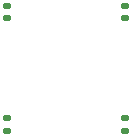
<source format=gbp>
%TF.GenerationSoftware,KiCad,Pcbnew,9.0.5-1.fc42*%
%TF.CreationDate,2025-12-03T04:04:06+01:00*%
%TF.ProjectId,Block-Switch-4,426c6f63-6b2d-4537-9769-7463682d342e,1*%
%TF.SameCoordinates,Original*%
%TF.FileFunction,Paste,Bot*%
%TF.FilePolarity,Positive*%
%FSLAX46Y46*%
G04 Gerber Fmt 4.6, Leading zero omitted, Abs format (unit mm)*
G04 Created by KiCad (PCBNEW 9.0.5-1.fc42) date 2025-12-03 04:04:06*
%MOMM*%
%LPD*%
G01*
G04 APERTURE LIST*
G04 Aperture macros list*
%AMRoundRect*
0 Rectangle with rounded corners*
0 $1 Rounding radius*
0 $2 $3 $4 $5 $6 $7 $8 $9 X,Y pos of 4 corners*
0 Add a 4 corners polygon primitive as box body*
4,1,4,$2,$3,$4,$5,$6,$7,$8,$9,$2,$3,0*
0 Add four circle primitives for the rounded corners*
1,1,$1+$1,$2,$3*
1,1,$1+$1,$4,$5*
1,1,$1+$1,$6,$7*
1,1,$1+$1,$8,$9*
0 Add four rect primitives between the rounded corners*
20,1,$1+$1,$2,$3,$4,$5,0*
20,1,$1+$1,$4,$5,$6,$7,0*
20,1,$1+$1,$6,$7,$8,$9,0*
20,1,$1+$1,$8,$9,$2,$3,0*%
G04 Aperture macros list end*
%ADD10RoundRect,0.135000X0.185000X-0.135000X0.185000X0.135000X-0.185000X0.135000X-0.185000X-0.135000X0*%
G04 APERTURE END LIST*
D10*
%TO.C,R4*%
X144081300Y-109158190D03*
X144081300Y-108138190D03*
%TD*%
%TO.C,R3*%
X134048700Y-109158190D03*
X134048700Y-108138190D03*
%TD*%
%TO.C,R2*%
X144081300Y-118681810D03*
X144081300Y-117661810D03*
%TD*%
%TO.C,R1*%
X134048700Y-118681810D03*
X134048700Y-117661810D03*
%TD*%
M02*

</source>
